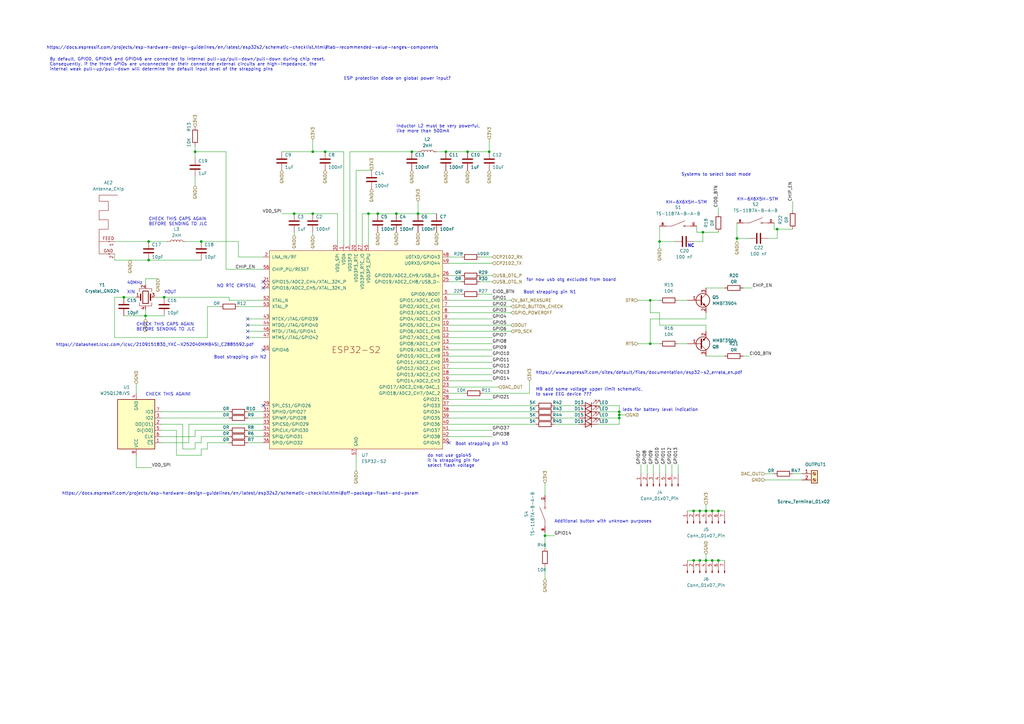
<source format=kicad_sch>
(kicad_sch (version 20230121) (generator eeschema)
  (paper "A3")
  (lib_symbols
    (symbol "Connector:Conn_01x07_Pin" (pin_names (offset 1.016) hide)
      (property "Reference" "J" (at 0 10.16 0))
      (property "Value" "Conn_01x07_Pin" (at 0 -10.16 0))
      (symbol "Conn_01x07_Pin_1_1"
        (polyline (pts (xy 1.27 -7.62) (xy 0.8636 -7.62)) (stroke (width 0.1524)))
        (polyline (pts (xy 1.27 -5.08) (xy 0.8636 -5.08)) (stroke (width 0.1524)))
        (polyline (pts (xy 1.27 -2.54) (xy 0.8636 -2.54)) (stroke (width 0.1524)))
        (polyline (pts (xy 1.27 0) (xy 0.8636 0)) (stroke (width 0.1524)))
        (polyline (pts (xy 1.27 2.54) (xy 0.8636 2.54)) (stroke (width 0.1524)))
        (polyline (pts (xy 1.27 5.08) (xy 0.8636 5.08)) (stroke (width 0.1524)))
        (polyline (pts (xy 1.27 7.62) (xy 0.8636 7.62)) (stroke (width 0.1524)))
        (rectangle (start 0.8636 -7.493) (end 0 -7.747) (stroke (width 0.1524)) (fill (type outline)))
        (rectangle (start 0.8636 -4.953) (end 0 -5.207) (stroke (width 0.1524)) (fill (type outline)))
        (rectangle (start 0.8636 -2.413) (end 0 -2.667) (stroke (width 0.1524)) (fill (type outline)))
        (rectangle (start 0.8636 0.127) (end 0 -0.127) (stroke (width 0.1524)) (fill (type outline)))
        (rectangle (start 0.8636 2.667) (end 0 2.413) (stroke (width 0.1524)) (fill (type outline)))
        (rectangle (start 0.8636 5.207) (end 0 4.953) (stroke (width 0.1524)) (fill (type outline)))
        (rectangle (start 0.8636 7.747) (end 0 7.493) (stroke (width 0.1524)) (fill (type outline)))
        (pin passive line (at 5.08 7.62 180) (length 3.81) (name "Pin_1") (number "1"))
        (pin passive line (at 5.08 5.08 180) (length 3.81) (name "Pin_2") (number "2"))
        (pin passive line (at 5.08 2.54 180) (length 3.81) (name "Pin_3") (number "3"))
        (pin passive line (at 5.08 0 180) (length 3.81) (name "Pin_4") (number "4"))
        (pin passive line (at 5.08 -2.54 180) (length 3.81) (name "Pin_5") (number "5"))
        (pin passive line (at 5.08 -5.08 180) (length 3.81) (name "Pin_6") (number "6"))
        (pin passive line (at 5.08 -7.62 180) (length 3.81) (name "Pin_7") (number "7"))
      )
    )
    (symbol "Connector:Screw_Terminal_01x02" (pin_names (offset 1.016) hide)
      (property "Reference" "J" (at 0 2.54 0))
      (property "Value" "Screw_Terminal_01x02" (at 0 -5.08 0))
      (symbol "Screw_Terminal_01x02_1_1"
        (rectangle (start -1.27 1.27) (end 1.27 -3.81) (stroke (width 0.254)) (fill (type background)))
        (circle (center 0 -2.54) (radius 0.635) (stroke (width 0.1524)))
        (polyline (pts (xy -0.5334 -2.2098) (xy 0.3302 -3.048)) (stroke (width 0.1524)))
        (polyline (pts (xy -0.5334 0.3302) (xy 0.3302 -0.508)) (stroke (width 0.1524)))
        (polyline (pts (xy -0.3556 -2.032) (xy 0.508 -2.8702)) (stroke (width 0.1524)))
        (polyline (pts (xy -0.3556 0.508) (xy 0.508 -0.3302)) (stroke (width 0.1524)))
        (circle (center 0 0) (radius 0.635) (stroke (width 0.1524)))
        (pin passive line (at -5.08 0 0) (length 3.81) (name "Pin_1") (number "1"))
        (pin passive line (at -5.08 -2.54 0) (length 3.81) (name "Pin_2") (number "2"))
      )
    )
    (symbol "Device:Antenna_Chip" (pin_numbers hide) (pin_names (offset 1.016) hide)
      (property "Reference" "AE2" (at 5.08 3.81 0))
      (property "Value" "Antenna_Chip" (at 5.08 1.27 0))
      (symbol "Antenna_Chip_0_1"
        (polyline (pts (xy -6.35 -8.89) (xy -6.35 -9.525)) (stroke (width 0.254)))
        (polyline (pts (xy -1.27 -9.525) (xy -1.27 -8.89)))
        (polyline (pts (xy -1.27 -8.89) (xy -1.27 -5.08)))
        (polyline (pts (xy -6.35 -8.89) (xy -6.35 -5.08) (xy 3.81 -5.08) (xy 3.81 -8.89) (xy 7.62 -8.89) (xy 7.62 -5.08) (xy 11.43 -5.08) (xy 11.43 -8.89) (xy 15.24 -8.89) (xy 15.24 -5.08) (xy 17.78 -5.08) (xy 17.78 -12.7)))
      )
      (symbol "Antenna_Chip_1_1"
        (text "1" (at -2.54 -10.16 0) (effects (font (size 1.27 1.27))))
        (text "2" (at -7.62 -10.16 0) (effects (font (size 1.27 1.27))))
        (text "FEED" (at 0 -8.89 900) (effects (font (size 1.27 1.27))))
        (text "GND" (at -5.08 -8.89 900) (effects (font (size 1.27 1.27))))
        (pin input line (at -1.27 -11.43 90) (length 2.54) (name "FEED") (number "1"))
        (pin input line (at -6.35 -11.43 90) (length 2.54) (name "GND") (number "2"))
      )
    )
    (symbol "Device:C" (pin_numbers hide) (pin_names (offset 0.254))
      (property "Reference" "C" (at 0.635 2.54 0))
      (property "Value" "C" (at 0.635 -2.54 0))
      (symbol "C_0_1"
        (polyline (pts (xy -2.032 -0.762) (xy 2.032 -0.762)) (stroke (width 0.508)))
        (polyline (pts (xy -2.032 0.762) (xy 2.032 0.762)) (stroke (width 0.508)))
      )
      (symbol "C_1_1"
        (pin passive line (at 0 3.81 270) (length 2.794) (name "~") (number "1"))
        (pin passive line (at 0 -3.81 90) (length 2.794) (name "~") (number "2"))
      )
    )
    (symbol "Device:Crystal_GND24" (pin_names (offset 1.016) hide)
      (property "Reference" "Y" (at 3.175 5.08 0))
      (property "Value" "Crystal_GND24" (at 3.175 3.175 0))
      (symbol "Crystal_GND24_0_1"
        (rectangle (start -1.143 2.54) (end 1.143 -2.54) (stroke (width 0.3048)))
        (polyline (pts (xy -2.54 0) (xy -2.032 0)))
        (polyline (pts (xy -2.032 -1.27) (xy -2.032 1.27)) (stroke (width 0.508)))
        (polyline (pts (xy 0 -3.81) (xy 0 -3.556)))
        (polyline (pts (xy 0 3.556) (xy 0 3.81)))
        (polyline (pts (xy 2.032 -1.27) (xy 2.032 1.27)) (stroke (width 0.508)))
        (polyline (pts (xy 2.032 0) (xy 2.54 0)))
        (polyline (pts (xy -2.54 -2.286) (xy -2.54 -3.556) (xy 2.54 -3.556) (xy 2.54 -2.286)))
        (polyline (pts (xy -2.54 2.286) (xy -2.54 3.556) (xy 2.54 3.556) (xy 2.54 2.286)))
      )
      (symbol "Crystal_GND24_1_1"
        (pin passive line (at -3.81 0 0) (length 1.27) (name "1") (number "1"))
        (pin passive line (at 0 5.08 270) (length 1.27) (name "2") (number "2"))
        (pin passive line (at 3.81 0 180) (length 1.27) (name "3") (number "3"))
        (pin passive line (at 0 -5.08 90) (length 1.27) (name "4") (number "4"))
      )
    )
    (symbol "Device:L" (pin_numbers hide) (pin_names (offset 1.016) hide)
      (property "Reference" "L" (at -1.27 0 90))
      (property "Value" "L" (at 1.905 0 90))
      (symbol "L_0_1"
        (arc (start 0 -2.54) (mid 0.6323 -1.905) (end 0 -1.27))
        (arc (start 0 -1.27) (mid 0.6323 -0.635) (end 0 0))
        (arc (start 0 0) (mid 0.6323 0.635) (end 0 1.27))
        (arc (start 0 1.27) (mid 0.6323 1.905) (end 0 2.54))
      )
      (symbol "L_1_1"
        (pin passive line (at 0 3.81 270) (length 1.27) (name "1") (number "1"))
        (pin passive line (at 0 -3.81 90) (length 1.27) (name "2") (number "2"))
      )
    )
    (symbol "Device:LED" (pin_numbers hide) (pin_names (offset 1.016) hide)
      (property "Reference" "D" (at 0 2.54 0))
      (property "Value" "LED" (at 0 -2.54 0))
      (symbol "LED_0_1"
        (polyline (pts (xy -1.27 -1.27) (xy -1.27 1.27)) (stroke (width 0.254)))
        (polyline (pts (xy -1.27 0) (xy 1.27 0)))
        (polyline (pts (xy 1.27 -1.27) (xy 1.27 1.27) (xy -1.27 0) (xy 1.27 -1.27)) (stroke (width 0.254)))
        (polyline (pts (xy -3.048 -0.762) (xy -4.572 -2.286) (xy -3.81 -2.286) (xy -4.572 -2.286) (xy -4.572 -1.524)))
        (polyline (pts (xy -1.778 -0.762) (xy -3.302 -2.286) (xy -2.54 -2.286) (xy -3.302 -2.286) (xy -3.302 -1.524)))
      )
      (symbol "LED_1_1"
        (pin passive line (at -3.81 0 0) (length 2.54) (name "K") (number "1"))
        (pin passive line (at 3.81 0 180) (length 2.54) (name "A") (number "2"))
      )
    )
    (symbol "Device:R" (pin_numbers hide) (pin_names (offset 0))
      (property "Reference" "R" (at 2.032 0 90))
      (property "Value" "R" (at 0 0 90))
      (symbol "R_0_1"
        (rectangle (start -1.016 -2.54) (end 1.016 2.54) (stroke (width 0.254)))
      )
      (symbol "R_1_1"
        (pin passive line (at 0 3.81 270) (length 1.27) (name "~") (number "1"))
        (pin passive line (at 0 -3.81 90) (length 1.27) (name "~") (number "2"))
      )
    )
    (symbol "Memory_Flash:W25Q128JVS"
      (property "Reference" "U" (at -8.89 8.89 0))
      (property "Value" "W25Q128JVS" (at 7.62 8.89 0))
      (symbol "W25Q128JVS_0_1"
        (rectangle (start -7.62 10.16) (end 7.62 -10.16) (stroke (width 0.254)) (fill (type background)))
      )
      (symbol "W25Q128JVS_1_1"
        (pin input line (at -10.16 7.62 0) (length 2.54) (name "~{CS}") (number "1"))
        (pin bidirectional line (at -10.16 0 0) (length 2.54) (name "DO(IO1)") (number "2"))
        (pin bidirectional line (at -10.16 -2.54 0) (length 2.54) (name "IO2") (number "3"))
        (pin power_in line (at 0 -12.7 90) (length 2.54) (name "GND") (number "4"))
        (pin bidirectional line (at -10.16 2.54 0) (length 2.54) (name "DI(IO0)") (number "5"))
        (pin input line (at -10.16 5.08 0) (length 2.54) (name "CLK") (number "6"))
        (pin bidirectional line (at -10.16 -5.08 0) (length 2.54) (name "IO3") (number "7"))
        (pin power_in line (at 0 12.7 270) (length 2.54) (name "VCC") (number "8"))
      )
    )
    (symbol "PCM_Espressif:ESP32-S2" (pin_names (offset 1.016))
      (property "Reference" "U" (at -35.56 45.72 0))
      (property "Value" "ESP32-S2" (at -35.56 43.18 0))
      (symbol "ESP32-S2_0_0"
        (text "ESP32-S2" (at 0 0 0) (effects (font (size 2.54 2.54))))
      )
      (symbol "ESP32-S2_0_1"
        (rectangle (start -35.56 40.64) (end 35.56 -40.64) (fill (type background)))
      )
      (symbol "ESP32-S2_1_1"
        (pin power_in line (at -5.08 43.18 270) (length 2.54) (name "VDDA") (number "1"))
        (pin bidirectional line (at 38.1 10.16 180) (length 2.54) (name "GPIO5/ADC1_CH4") (number "10"))
        (pin bidirectional line (at 38.1 7.62 180) (length 2.54) (name "GPIO6/ADC1_CH5") (number "11"))
        (pin bidirectional line (at 38.1 5.08 180) (length 2.54) (name "GPIO7/ADC1_CH6") (number "12"))
        (pin bidirectional line (at 38.1 2.54 180) (length 2.54) (name "GPIO8/ADC1_CH7") (number "13"))
        (pin bidirectional line (at 38.1 0 180) (length 2.54) (name "GPIO9/ADC1_CH8") (number "14"))
        (pin bidirectional line (at 38.1 -2.54 180) (length 2.54) (name "GPIO10/ADC1_CH9") (number "15"))
        (pin bidirectional line (at 38.1 -5.08 180) (length 2.54) (name "GPIO11/ADC2_CH0") (number "16"))
        (pin bidirectional line (at 38.1 -7.62 180) (length 2.54) (name "GPIO12/ADC2_CH1") (number "17"))
        (pin bidirectional line (at 38.1 -10.16 180) (length 2.54) (name "GPIO13/ADC2_CH2") (number "18"))
        (pin bidirectional line (at 38.1 -12.7 180) (length 2.54) (name "GPIO14/ADC2_CH3") (number "19"))
        (pin bidirectional line (at -38.1 38.1 0) (length 2.54) (name "LNA_IN/RF") (number "2"))
        (pin power_in line (at 0 43.18 270) (length 2.54) (name "VDD3P3_RTC") (number "20"))
        (pin bidirectional line (at -38.1 27.94 0) (length 2.54) (name "GPIO15/ADC2_CH4/XTAL_32K_P") (number "21"))
        (pin bidirectional line (at -38.1 25.4 0) (length 2.54) (name "GPIO16/ADC2_CH5/XTAL_32K_N") (number "22"))
        (pin bidirectional line (at 38.1 -15.24 180) (length 2.54) (name "GPIO17/ADC2_CH6/DAC_1") (number "23"))
        (pin bidirectional line (at 38.1 -17.78 180) (length 2.54) (name "GPIO18/ADC2_CH7/DAC_2") (number "24"))
        (pin bidirectional line (at 38.1 27.94 180) (length 2.54) (name "GPIO19/ADC2_CH8/USB_D-") (number "25"))
        (pin bidirectional line (at 38.1 30.48 180) (length 2.54) (name "GPIO20/ADC2_CH9/USB_D+") (number "26"))
        (pin power_in line (at 2.54 43.18 270) (length 2.54) (name "VDD3P3_RTC_IO") (number "27"))
        (pin bidirectional line (at 38.1 -20.32 180) (length 2.54) (name "GPIO21") (number "28"))
        (pin bidirectional line (at -38.1 -22.86 0) (length 2.54) (name "SPI_CS1/GPIO26") (number "29"))
        (pin power_in line (at -2.54 43.18 270) (length 2.54) (name "VDD3P3") (number "3"))
        (pin power_out line (at -7.62 43.18 270) (length 2.54) (name "VDD_SPI") (number "30"))
        (pin bidirectional line (at -38.1 -25.4 0) (length 2.54) (name "SPIHD/GPIO27") (number "31"))
        (pin bidirectional line (at -38.1 -27.94 0) (length 2.54) (name "SPIWP/GPIO28") (number "32"))
        (pin bidirectional line (at -38.1 -30.48 0) (length 2.54) (name "SPICS0/GPIO29") (number "33"))
        (pin bidirectional line (at -38.1 -33.02 0) (length 2.54) (name "SPICLK/GPIO30") (number "34"))
        (pin bidirectional line (at -38.1 -35.56 0) (length 2.54) (name "SPIQ/GPIO31") (number "35"))
        (pin bidirectional line (at -38.1 -38.1 0) (length 2.54) (name "SPID/GPIO32") (number "36"))
        (pin bidirectional line (at 38.1 -22.86 180) (length 2.54) (name "GPIO33") (number "37"))
        (pin bidirectional line (at 38.1 -25.4 180) (length 2.54) (name "GPIO34") (number "38"))
        (pin bidirectional line (at 38.1 -27.94 180) (length 2.54) (name "GPIO35") (number "39"))
        (pin passive line (at -2.54 43.18 270) (length 2.54) hide (name "VDD3P3") (number "4"))
        (pin bidirectional line (at 38.1 -30.48 180) (length 2.54) (name "GPIO36") (number "40"))
        (pin bidirectional line (at 38.1 -33.02 180) (length 2.54) (name "GPIO37") (number "41"))
        (pin bidirectional line (at 38.1 -35.56 180) (length 2.54) (name "GPIO38") (number "42"))
        (pin input line (at -38.1 12.7 0) (length 2.54) (name "MTCK/JTAG/GPIO39") (number "43"))
        (pin output line (at -38.1 10.16 0) (length 2.54) (name "MTDO/JTAG/GPIO40") (number "44"))
        (pin power_in line (at 5.08 43.18 270) (length 2.54) (name "VDD3P3_CPU") (number "45"))
        (pin input line (at -38.1 7.62 0) (length 2.54) (name "MTDI/JTAG/GPIO41") (number "46"))
        (pin output line (at -38.1 5.08 0) (length 2.54) (name "MTMS/JTAG/GPIO42") (number "47"))
        (pin bidirectional line (at 38.1 38.1 180) (length 2.54) (name "U0TXD/GPIO43") (number "48"))
        (pin bidirectional line (at 38.1 35.56 180) (length 2.54) (name "U0RXD/GPIO44") (number "49"))
        (pin bidirectional line (at 38.1 22.86 180) (length 2.54) (name "GPIO0/BOOT") (number "5"))
        (pin bidirectional line (at 38.1 -38.1 180) (length 2.54) (name "GPIO45") (number "50"))
        (pin passive line (at -5.08 43.18 270) (length 2.54) hide (name "VDDA") (number "51"))
        (pin output line (at -38.1 20.32 0) (length 2.54) (name "XTAL_N") (number "52"))
        (pin input line (at -38.1 17.78 0) (length 2.54) (name "XTAL_P") (number "53"))
        (pin passive line (at -5.08 43.18 270) (length 2.54) hide (name "VDDA") (number "54"))
        (pin input line (at -38.1 0 0) (length 2.54) (name "GPIO46") (number "55"))
        (pin bidirectional line (at -38.1 33.02 0) (length 2.54) (name "CHIP_PU/RESET") (number "56"))
        (pin power_in line (at 0 -43.18 90) (length 2.54) (name "GND") (number "57"))
        (pin bidirectional line (at 38.1 20.32 180) (length 2.54) (name "GPIO1/ADC1_CH0") (number "6"))
        (pin bidirectional line (at 38.1 17.78 180) (length 2.54) (name "GPIO2/ADC1_CH1") (number "7"))
        (pin bidirectional line (at 38.1 15.24 180) (length 2.54) (name "GPIO3/ADC1_CH2") (number "8"))
        (pin bidirectional line (at 38.1 12.7 180) (length 2.54) (name "GPIO4/ADC1_CH3") (number "9"))
      )
    )
    (symbol "TS-1187A-B-A-B:TS-1187A-B-A-B" (pin_names (offset 1.016))
      (property "Reference" "S" (at -2.54 2.54 0))
      (property "Value" "TS-1187A-B-A-B" (at -2.54 -2.54 0))
      (symbol "TS-1187A-B-A-B_0_0"
        (polyline (pts (xy -2.54 0) (xy -5.08 0)) (stroke (width 0.1524)))
        (polyline (pts (xy -2.54 0) (xy 2.794 2.1336)) (stroke (width 0.1524)))
        (polyline (pts (xy 5.08 0) (xy 2.921 0)) (stroke (width 0.1524)))
        (circle (center 2.54 0) (radius 0.3302) (stroke (width 0.1524)))
        (pin passive line (at -7.62 0 0) (length 2.54) (name "~") (number "A"))
        (pin passive line (at -7.62 0 0) (length 2.54) (name "~") (number "B"))
        (pin passive line (at 7.62 0 180) (length 2.54) (name "~") (number "C"))
        (pin passive line (at 7.62 0 180) (length 2.54) (name "~") (number "D"))
      )
    )
    (symbol "Transistor_BJT:MMBT3904" (pin_names (offset 0) hide)
      (property "Reference" "Q" (at 5.08 1.905 0))
      (property "Value" "MMBT3904" (at 5.08 0 0))
      (symbol "MMBT3904_0_1"
        (polyline (pts (xy 0.635 0.635) (xy 2.54 2.54)))
        (polyline (pts (xy 0.635 -0.635) (xy 2.54 -2.54) (xy 2.54 -2.54)))
        (polyline (pts (xy 0.635 1.905) (xy 0.635 -1.905) (xy 0.635 -1.905)) (stroke (width 0.508)))
        (polyline (pts (xy 1.27 -1.778) (xy 1.778 -1.27) (xy 2.286 -2.286) (xy 1.27 -1.778) (xy 1.27 -1.778)) (fill (type outline)))
        (circle (center 1.27 0) (radius 2.8194) (stroke (width 0.254)))
      )
      (symbol "MMBT3904_1_1"
        (pin input line (at -5.08 0 0) (length 5.715) (name "B") (number "1"))
        (pin passive line (at 2.54 -5.08 90) (length 2.54) (name "E") (number "2"))
        (pin passive line (at 2.54 5.08 270) (length 2.54) (name "C") (number "3"))
      )
    )
  )
  (junction (at 288.29 95.25))
  (junction (at 120.65 87.63))
  (junction (at 292.1 209.55))
  (junction (at 200.66 62.23))
  (junction (at 289.56 209.55))
  (junction (at 287.02 229.87))
  (junction (at 302.26 97.79))
  (junction (at 171.45 87.63))
  (junction (at 82.55 99.06))
  (junction (at 151.13 87.63))
  (junction (at 318.77 93.98))
  (junction (at 191.77 62.23))
  (junction (at 182.88 62.23))
  (junction (at 128.27 87.63))
  (junction (at 284.48 209.55))
  (junction (at 59.69 129.54))
  (junction (at 168.91 62.23))
  (junction (at 162.56 87.63))
  (junction (at 154.94 87.63))
  (junction (at 294.64 229.87))
  (junction (at 80.01 62.23))
  (junction (at 254 170.18))
  (junction (at 266.7 140.97))
  (junction (at 223.52 219.71))
  (junction (at 133.35 62.23))
  (junction (at 289.56 229.87))
  (junction (at 284.48 229.87))
  (junction (at 270.51 99.06))
  (junction (at 60.96 106.68))
  (junction (at 67.31 121.92))
  (junction (at 266.7 123.19))
  (junction (at 254 171.45))
  (junction (at 294.64 209.55))
  (junction (at 128.27 62.23))
  (junction (at 60.96 99.06))
  (junction (at 287.02 209.55))
  (junction (at 50.8 121.92))
  (junction (at 292.1 229.87))
  (junction (at 254 168.91))
  (no_connect (at 107.95 143.51))
  (no_connect (at 101.6 130.81))
  (no_connect (at 107.95 115.57))
  (no_connect (at 184.15 181.61))
  (no_connect (at 101.6 138.43))
  (no_connect (at 101.6 135.89))
  (no_connect (at 107.95 166.37))
  (no_connect (at 107.95 118.11))
  (no_connect (at 101.6 133.35))
  (wire (pts (xy 261.62 140.97) (xy 266.7 140.97)))
  (wire (pts (xy 196.85 105.41) (xy 201.93 105.41)))
  (wire (pts (xy 128.27 87.63) (xy 120.65 87.63)))
  (wire (pts (xy 146.05 69.85) (xy 152.4 69.85)))
  (wire (pts (xy 266.7 140.97) (xy 270.51 140.97)))
  (wire (pts (xy 273.05 190.5) (xy 273.05 194.31)))
  (wire (pts (xy 223.52 224.79) (xy 223.52 219.71)))
  (wire (pts (xy 184.15 176.53) (xy 201.93 176.53)))
  (wire (pts (xy 60.96 106.68) (xy 82.55 106.68)))
  (wire (pts (xy 101.6 130.81) (xy 107.95 130.81)))
  (wire (pts (xy 184.15 163.83) (xy 201.93 163.83)))
  (wire (pts (xy 196.85 120.65) (xy 201.93 120.65)))
  (wire (pts (xy 227.33 171.45) (xy 237.49 171.45)))
  (wire (pts (xy 266.7 140.97) (xy 266.7 130.81)))
  (wire (pts (xy 182.88 62.23) (xy 191.77 62.23)))
  (wire (pts (xy 50.8 121.92) (xy 46.99 121.92)))
  (wire (pts (xy 289.56 118.11) (xy 297.18 118.11)))
  (wire (pts (xy 154.94 87.63) (xy 162.56 87.63)))
  (wire (pts (xy 184.15 125.73) (xy 209.55 125.73)))
  (wire (pts (xy 289.56 133.35) (xy 289.56 135.89)))
  (wire (pts (xy 93.98 123.19) (xy 107.95 123.19)))
  (wire (pts (xy 318.77 93.98) (xy 317.5 93.98)))
  (wire (pts (xy 171.45 82.55) (xy 171.45 87.63)))
  (wire (pts (xy 314.96 97.79) (xy 318.77 97.79)))
  (wire (pts (xy 184.15 135.89) (xy 209.55 135.89)))
  (wire (pts (xy 184.15 158.75) (xy 204.47 158.75)))
  (wire (pts (xy 294.64 229.87) (xy 297.18 229.87)))
  (wire (pts (xy 223.52 237.49) (xy 223.52 232.41)))
  (wire (pts (xy 74.93 184.15) (xy 74.93 173.99)))
  (wire (pts (xy 115.57 87.63) (xy 120.65 87.63)))
  (wire (pts (xy 184.15 151.13) (xy 201.93 151.13)))
  (wire (pts (xy 77.47 173.99) (xy 77.47 181.61)))
  (wire (pts (xy 80.01 176.53) (xy 80.01 179.07)))
  (wire (pts (xy 184.15 128.27) (xy 209.55 128.27)))
  (wire (pts (xy 184.15 107.95) (xy 201.93 107.95)))
  (wire (pts (xy 46.99 104.14) (xy 46.99 106.68)))
  (wire (pts (xy 80.01 181.61) (xy 80.01 184.15)))
  (wire (pts (xy 107.95 110.49) (xy 92.71 110.49)))
  (wire (pts (xy 101.6 133.35) (xy 107.95 133.35)))
  (wire (pts (xy 270.51 133.35) (xy 289.56 133.35)))
  (wire (pts (xy 245.11 166.37) (xy 254 166.37)))
  (wire (pts (xy 101.6 138.43) (xy 107.95 138.43)))
  (wire (pts (xy 184.15 143.51) (xy 201.93 143.51)))
  (wire (pts (xy 101.6 168.91) (xy 107.95 168.91)))
  (wire (pts (xy 217.17 161.29) (xy 198.12 161.29)))
  (wire (pts (xy 101.6 171.45) (xy 107.95 171.45)))
  (wire (pts (xy 302.26 97.79) (xy 307.34 97.79)))
  (wire (pts (xy 313.69 194.31) (xy 317.5 194.31)))
  (wire (pts (xy 254 171.45) (xy 254 173.99)))
  (wire (pts (xy 200.66 57.15) (xy 200.66 62.23)))
  (wire (pts (xy 304.8 118.11) (xy 308.61 118.11)))
  (wire (pts (xy 80.01 59.69) (xy 80.01 62.23)))
  (wire (pts (xy 93.98 181.61) (xy 85.09 181.61)))
  (wire (pts (xy 92.71 62.23) (xy 80.01 62.23)))
  (wire (pts (xy 85.09 181.61) (xy 85.09 184.15)))
  (wire (pts (xy 284.48 229.87) (xy 287.02 229.87)))
  (wire (pts (xy 128.27 62.23) (xy 133.35 62.23)))
  (wire (pts (xy 66.04 171.45) (xy 93.98 171.45)))
  (wire (pts (xy 196.85 113.03) (xy 201.93 113.03)))
  (wire (pts (xy 138.43 100.33) (xy 138.43 87.63)))
  (wire (pts (xy 245.11 168.91) (xy 254 168.91)))
  (wire (pts (xy 80.01 62.23) (xy 80.01 64.77)))
  (wire (pts (xy 97.79 105.41) (xy 107.95 105.41)))
  (wire (pts (xy 184.15 113.03) (xy 189.23 113.03)))
  (wire (pts (xy 304.8 146.05) (xy 307.34 146.05)))
  (wire (pts (xy 77.47 173.99) (xy 107.95 173.99)))
  (wire (pts (xy 168.91 62.23) (xy 171.45 62.23)))
  (wire (pts (xy 217.17 156.21) (xy 217.17 161.29)))
  (wire (pts (xy 289.56 130.81) (xy 289.56 128.27)))
  (wire (pts (xy 148.59 87.63) (xy 151.13 87.63)))
  (wire (pts (xy 266.7 123.19) (xy 266.7 128.27)))
  (wire (pts (xy 101.6 179.07) (xy 107.95 179.07)))
  (wire (pts (xy 76.2 99.06) (xy 82.55 99.06)))
  (wire (pts (xy 184.15 168.91) (xy 219.71 168.91)))
  (wire (pts (xy 128.27 57.15) (xy 128.27 62.23)))
  (wire (pts (xy 289.56 209.55) (xy 292.1 209.55)))
  (wire (pts (xy 287.02 229.87) (xy 289.56 229.87)))
  (wire (pts (xy 289.56 207.01) (xy 289.56 209.55)))
  (wire (pts (xy 223.52 203.2) (xy 223.52 198.12)))
  (wire (pts (xy 281.94 229.87) (xy 284.48 229.87)))
  (wire (pts (xy 325.12 194.31) (xy 328.93 194.31)))
  (wire (pts (xy 287.02 209.55) (xy 289.56 209.55)))
  (wire (pts (xy 254 170.18) (xy 256.54 170.18)))
  (wire (pts (xy 292.1 229.87) (xy 294.64 229.87)))
  (wire (pts (xy 101.6 135.89) (xy 107.95 135.89)))
  (wire (pts (xy 82.55 179.07) (xy 82.55 181.61)))
  (wire (pts (xy 317.5 91.44) (xy 317.5 93.98)))
  (wire (pts (xy 143.51 62.23) (xy 168.91 62.23)))
  (wire (pts (xy 184.15 166.37) (xy 219.71 166.37)))
  (wire (pts (xy 179.07 62.23) (xy 182.88 62.23)))
  (wire (pts (xy 266.7 123.19) (xy 270.51 123.19)))
  (wire (pts (xy 82.55 181.61) (xy 80.01 181.61)))
  (wire (pts (xy 80.01 184.15) (xy 74.93 184.15)))
  (wire (pts (xy 270.51 99.06) (xy 270.51 101.6)))
  (wire (pts (xy 278.13 190.5) (xy 278.13 194.31)))
  (wire (pts (xy 146.05 186.69) (xy 146.05 193.04)))
  (wire (pts (xy 318.77 93.98) (xy 325.12 93.98)))
  (wire (pts (xy 72.39 186.69) (xy 72.39 176.53)))
  (wire (pts (xy 46.99 138.43) (xy 85.09 138.43)))
  (wire (pts (xy 270.51 99.06) (xy 276.86 99.06)))
  (wire (pts (xy 284.48 99.06) (xy 288.29 99.06)))
  (wire (pts (xy 67.31 121.92) (xy 93.98 121.92)))
  (wire (pts (xy 302.26 91.44) (xy 302.26 97.79)))
  (wire (pts (xy 292.1 209.55) (xy 294.64 209.55)))
  (wire (pts (xy 325.12 86.36) (xy 325.12 82.55)))
  (wire (pts (xy 184.15 105.41) (xy 189.23 105.41)))
  (wire (pts (xy 184.15 179.07) (xy 201.93 179.07)))
  (wire (pts (xy 227.33 166.37) (xy 237.49 166.37)))
  (wire (pts (xy 245.11 171.45) (xy 254 171.45)))
  (wire (pts (xy 278.13 123.19) (xy 281.94 123.19)))
  (wire (pts (xy 254 166.37) (xy 254 168.91)))
  (wire (pts (xy 267.97 190.5) (xy 267.97 194.31)))
  (wire (pts (xy 82.55 186.69) (xy 72.39 186.69)))
  (wire (pts (xy 266.7 128.27) (xy 270.51 128.27)))
  (wire (pts (xy 184.15 156.21) (xy 201.93 156.21)))
  (wire (pts (xy 59.69 129.54) (xy 59.69 130.81)))
  (wire (pts (xy 120.65 95.25) (xy 120.65 96.52)))
  (wire (pts (xy 294.64 87.63) (xy 294.64 85.09)))
  (wire (pts (xy 262.89 190.5) (xy 262.89 194.31)))
  (wire (pts (xy 227.33 173.99) (xy 237.49 173.99)))
  (wire (pts (xy 184.15 123.19) (xy 209.55 123.19)))
  (wire (pts (xy 289.56 146.05) (xy 297.18 146.05)))
  (wire (pts (xy 266.7 130.81) (xy 289.56 130.81)))
  (wire (pts (xy 261.62 123.19) (xy 266.7 123.19)))
  (wire (pts (xy 85.09 125.73) (xy 90.17 125.73)))
  (wire (pts (xy 184.15 140.97) (xy 201.93 140.97)))
  (wire (pts (xy 151.13 87.63) (xy 154.94 87.63)))
  (wire (pts (xy 101.6 181.61) (xy 107.95 181.61)))
  (wire (pts (xy 46.99 106.68) (xy 60.96 106.68)))
  (wire (pts (xy 184.15 161.29) (xy 190.5 161.29)))
  (wire (pts (xy 270.51 92.71) (xy 270.51 99.06)))
  (wire (pts (xy 184.15 130.81) (xy 201.93 130.81)))
  (wire (pts (xy 184.15 133.35) (xy 209.55 133.35)))
  (wire (pts (xy 93.98 121.92) (xy 93.98 123.19)))
  (wire (pts (xy 184.15 148.59) (xy 201.93 148.59)))
  (wire (pts (xy 254 170.18) (xy 254 171.45)))
  (wire (pts (xy 196.85 115.57) (xy 201.93 115.57)))
  (wire (pts (xy 184.15 153.67) (xy 201.93 153.67)))
  (wire (pts (xy 184.15 120.65) (xy 189.23 120.65)))
  (wire (pts (xy 55.88 157.48) (xy 55.88 161.29)))
  (wire (pts (xy 275.59 190.5) (xy 275.59 194.31)))
  (wire (pts (xy 92.71 62.23) (xy 92.71 110.49)))
  (wire (pts (xy 184.15 115.57) (xy 189.23 115.57)))
  (wire (pts (xy 223.52 219.71) (xy 223.52 218.44)))
  (wire (pts (xy 64.77 114.3) (xy 59.69 114.3)))
  (wire (pts (xy 184.15 173.99) (xy 219.71 173.99)))
  (wire (pts (xy 133.35 62.23) (xy 140.97 62.23)))
  (wire (pts (xy 74.93 173.99) (xy 66.04 173.99)))
  (wire (pts (xy 254 168.91) (xy 254 170.18)))
  (wire (pts (xy 151.13 87.63) (xy 151.13 100.33)))
  (wire (pts (xy 270.51 128.27) (xy 270.51 133.35)))
  (wire (pts (xy 82.55 99.06) (xy 97.79 99.06)))
  (wire (pts (xy 93.98 176.53) (xy 80.01 176.53)))
  (wire (pts (xy 288.29 95.25) (xy 288.29 99.06)))
  (wire (pts (xy 138.43 87.63) (xy 128.27 87.63)))
  (wire (pts (xy 82.55 184.15) (xy 82.55 186.69)))
  (wire (pts (xy 143.51 62.23) (xy 143.51 100.33)))
  (wire (pts (xy 60.96 99.06) (xy 68.58 99.06)))
  (wire (pts (xy 146.05 69.85) (xy 146.05 100.33)))
  (wire (pts (xy 171.45 87.63) (xy 179.07 87.63)))
  (wire (pts (xy 284.48 209.55) (xy 287.02 209.55)))
  (wire (pts (xy 289.56 229.87) (xy 289.56 227.33)))
  (wire (pts (xy 162.56 87.63) (xy 171.45 87.63)))
  (wire (pts (xy 59.69 129.54) (xy 67.31 129.54)))
  (wire (pts (xy 289.56 229.87) (xy 292.1 229.87)))
  (wire (pts (xy 82.55 179.07) (xy 93.98 179.07)))
  (wire (pts (xy 85.09 184.15) (xy 82.55 184.15)))
  (wire (pts (xy 223.52 219.71) (xy 227.33 219.71)))
  (wire (pts (xy 46.99 99.06) (xy 60.96 99.06)))
  (wire (pts (xy 59.69 114.3) (xy 59.69 116.84)))
  (wire (pts (xy 140.97 62.23) (xy 140.97 100.33)))
  (wire (pts (xy 184.15 171.45) (xy 219.71 171.45)))
  (wire (pts (xy 80.01 76.2) (xy 80.01 72.39)))
  (wire (pts (xy 191.77 62.23) (xy 200.66 62.23)))
  (wire (pts (xy 285.75 95.25) (xy 288.29 95.25)))
  (wire (pts (xy 128.27 95.25) (xy 128.27 96.52)))
  (wire (pts (xy 318.77 97.79) (xy 318.77 93.98)))
  (wire (pts (xy 302.26 97.79) (xy 302.26 99.06)))
  (wire (pts (xy 50.8 129.54) (xy 59.69 129.54)))
  (wire (pts (xy 97.79 99.06) (xy 97.79 105.41)))
  (wire (pts (xy 85.09 138.43) (xy 85.09 125.73)))
  (wire (pts (xy 72.39 176.53) (xy 66.04 176.53)))
  (wire (pts (xy 77.47 181.61) (xy 66.04 181.61)))
  (wire (pts (xy 148.59 100.33) (xy 148.59 87.63)))
  (wire (pts (xy 270.51 190.5) (xy 270.51 194.31)))
  (wire (pts (xy 101.6 176.53) (xy 107.95 176.53)))
  (wire (pts (xy 50.8 121.92) (xy 55.88 121.92)))
  (wire (pts (xy 184.15 146.05) (xy 201.93 146.05)))
  (wire (pts (xy 281.94 209.55) (xy 284.48 209.55)))
  (wire (pts (xy 63.5 121.92) (xy 67.31 121.92)))
  (wire (pts (xy 80.01 179.07) (xy 66.04 179.07)))
  (wire (pts (xy 313.69 196.85) (xy 328.93 196.85)))
  (wire (pts (xy 265.43 190.5) (xy 265.43 194.31)))
  (wire (pts (xy 115.57 62.23) (xy 128.27 62.23)))
  (wire (pts (xy 46.99 121.92) (xy 46.99 138.43)))
  (wire (pts (xy 97.79 125.73) (xy 107.95 125.73)))
  (wire (pts (xy 288.29 95.25) (xy 294.64 95.25)))
  (wire (pts (xy 55.88 186.69) (xy 55.88 191.77)))
  (wire (pts (xy 227.33 168.91) (xy 237.49 168.91)))
  (wire (pts (xy 245.11 173.99) (xy 254 173.99)))
  (wire (pts (xy 59.69 127) (xy 59.69 129.54)))
  (wire (pts (xy 285.75 92.71) (xy 285.75 95.25)))
  (wire (pts (xy 66.04 168.91) (xy 93.98 168.91)))
  (wire (pts (xy 55.88 191.77) (xy 62.23 191.77)))
  (wire (pts (xy 184.15 138.43) (xy 201.93 138.43)))
  (wire (pts (xy 278.13 140.97) (xy 281.94 140.97)))
  (wire (pts (xy 294.64 209.55) (xy 297.18 209.55)))
  (text "https://www.espressif.com/sites/default/files/documentation/esp32-s2_errata_en.pdf" (at 219.71 153.67 0) (effects (font (size 1.27 1.27)) (justify left bottom)))
  (text "KH-6X6X5H-STM" (at 273.05 83.82 0) (effects (font (size 1.27 1.27)) (justify left bottom)))
  (text "Additional button with unknown purposes" (at 227.33 214.63 0) (effects (font (size 1.27 1.27)) (justify left bottom)))
  (text "Inductor L2 must be very powerful, \nlike more than 500mA" (at 162.56 54.61 0) (effects (font (size 1.27 1.27)) (justify left bottom)))
  (text "https://docs.espressif.com/projects/esp-hardware-design-guidelines/en/latest/esp32s2/schematic-checklist.html#off-package-flash-and-psram" (at 25.4 203.2 0) (effects (font (size 1.27 1.27)) (justify left bottom)))
  (text "40MHz" (at 52.07 116.84 0) (effects (font (size 1.27 1.27)) (justify left bottom)))
  (text "Systems to select boot mode" (at 279.4 72.39 0) (effects (font (size 1.27 1.27)) (justify left bottom)))
  (text "Boot strapping pin N2" (at 87.63 147.32 0) (effects (font (size 1.27 1.27)) (justify left bottom)))
  (text "CHECK THIS CAPS AGAIN\nBEFORE SENDING TO JLC" (at 55.88 135.89 0) (effects (font (size 1.27 1.27)) (justify left bottom)))
  (text "leds for battery level indication" (at 255.27 168.91 0) (effects (font (size 1.27 1.27)) (justify left bottom)))
  (text "NO RTC CRYSTAL" (at 88.9 118.11 0) (effects (font (size 1.27 1.27)) (justify left bottom)))
  (text "Boot strapping pin N1" (at 214.63 120.65 0) (effects (font (size 1.27 1.27)) (justify left bottom)))
  (text "https://datasheet.lcsc.com/lcsc/2109151830_YXC-X252040MMB4SI_C2885592.pdf" (at 22.86 142.24 0) (effects (font (size 1.27 1.27)) (justify left bottom)))
  (text "CHECK THIS AGAIN!" (at 59.69 162.56 0) (effects (font (size 1.27 1.27)) (justify left bottom)))
  (text "XOUT" (at 67.31 120.65 0) (effects (font (size 1.27 1.27)) (justify left bottom)))
  (text "for now usb otg excluded from board" (at 215.9 115.57 0) (effects (font (size 1.27 1.27)) (justify left bottom)))
  (text "do not use gpio45 \nit is strapping pin for\nselect flash voltage" (at 175.26 191.77 0) (effects (font (size 1.27 1.27)) (justify left bottom)))
  (text "KH-6X6X5H-STM" (at 302.26 82.55 0) (effects (font (size 1.27 1.27)) (justify left bottom)))
  (text "XIN" (at 52.07 120.65 0) (effects (font (size 1.27 1.27)) (justify left bottom)))
  (text "MB add some voltage upper limit schematic,\nto save EEG device ???\n" (at 219.71 162.56 0) (effects (font (size 1.27 1.27)) (justify left bottom)))
  (text "CHECK THIS CAPS AGAIN\nBEFORE SENDING TO JLC" (at 60.96 92.71 0) (effects (font (size 1.27 1.27)) (justify left bottom)))
  (text "NC" (at 281.94 101.6 0) (effects (font (size 1.27 1.27) (thickness 0.254) bold) (justify left bottom)))
  (text "Boot strapping pin N3" (at 186.69 182.88 0) (effects (font (size 1.27 1.27)) (justify left bottom)))
  (text "https://docs.espressif.com/projects/esp-hardware-design-guidelines/en/latest/esp32s2/schematic-checklist.html#tab-recommended-value-ranges-components" (at 19.05 20.32 0) (effects (font (size 1.27 1.27)) (justify left bottom)))
  (text "ESP protection diode on global power input?\n" (at 140.97 33.02 0) (effects (font (size 1.27 1.27)) (justify left bottom)))
  (text "By default, GPIO0, GPIO45 and GPIO46 are connected to internal pull-up/pull-down/pull-down during chip reset.\nConsequently, if the three GPIOs are unconnected or their connected external circuits are high-impedance, the\ninternal weak pull-up/pull-down will determine the default input level of the strapping pins" (at 20.32 29.21 0) (effects (font (size 1.27 1.27)) (justify left bottom)))
  (label "VDD_SPI" (at 62.23 191.77 0))
  (label "GPIO14" (at 201.93 156.21 0))
  (label "GPIO13" (at 201.93 153.67 0))
  (label "CHIP_EN" (at 325.12 82.55 90))
  (label "GPIO4" (at 201.93 130.81 0))
  (label "CIO0_BTN" (at 294.64 85.09 90))
  (label "GPIO7" (at 201.93 138.43 0))
  (label "GPIO8" (at 201.93 140.97 0))
  (label "GPIO10" (at 270.51 190.5 90))
  (label "GPIO3" (at 201.93 128.27 0))
  (label "GPIO6" (at 201.93 135.89 0))
  (label "GPIO12" (at 201.93 151.13 0))
  (label "CIO0_BTN" (at 307.34 146.05 0))
  (label "GPIO38" (at 201.93 179.07 0))
  (label "GPIO14" (at 227.33 219.71 0))
  (label "GPIO10" (at 201.93 146.05 0))
  (label "CHIP_EN" (at 96.52 110.49 0))
  (label "GPIO11" (at 273.05 190.5 90))
  (label "GPIO37" (at 201.93 176.53 0))
  (label "VDD_SPI" (at 115.57 87.63 180))
  (label "GPIO1" (at 201.93 123.19 0))
  (label "GPIO5" (at 201.93 133.35 0))
  (label "GPIO2" (at 201.93 125.73 0))
  (label "GPIO9" (at 267.97 190.5 90))
  (label "CHIP_EN" (at 308.61 118.11 0))
  (label "GPIO12" (at 275.59 190.5 90))
  (label "GPIO21" (at 201.93 163.83 0))
  (label "GPIO7" (at 262.89 190.5 90))
  (label "CIO0_BTN" (at 201.93 120.65 0))
  (label "GPIO9" (at 201.93 143.51 0))
  (label "GPIO8" (at 265.43 190.5 90))
  (label "GPIO13" (at 278.13 190.5 90))
  (label "GPIO11" (at 201.93 148.59 0))
  (hierarchical_label "GND" (shape input) (at 55.88 157.48 90))
  (hierarchical_label "GND" (shape input) (at 270.51 101.6 270))
  (hierarchical_label "GND" (shape input) (at 64.77 114.3 270))
  (hierarchical_label "DAC_OUT" (shape input) (at 204.47 158.75 0))
  (hierarchical_label "GND" (shape input) (at 313.69 196.85 180))
  (hierarchical_label "GPIO_POWEROFF" (shape input) (at 209.55 128.27 0))
  (hierarchical_label "GND" (shape input) (at 80.01 76.2 270))
  (hierarchical_label "GND" (shape input) (at 53.34 106.68 270))
  (hierarchical_label "CP2102_TX" (shape input) (at 201.93 107.95 0))
  (hierarchical_label "RTS" (shape input) (at 261.62 140.97 180))
  (hierarchical_label "GND" (shape input) (at 191.77 69.85 270))
  (hierarchical_label "USB_OTG_P" (shape input) (at 201.93 113.03 0))
  (hierarchical_label "3V3" (shape input) (at 200.66 57.15 90))
  (hierarchical_label "GND" (shape input) (at 152.4 77.47 270))
  (hierarchical_label "GND" (shape input) (at 302.26 99.06 270))
  (hierarchical_label "3V3" (shape input) (at 223.52 198.12 90))
  (hierarchical_label "V_BAT_MEASURE" (shape input) (at 209.55 123.19 0))
  (hierarchical_label "GND" (shape input) (at 146.05 193.04 270))
  (hierarchical_label "GND" (shape input) (at 154.94 95.25 270))
  (hierarchical_label "GND" (shape input) (at 256.54 170.18 0))
  (hierarchical_label "GND" (shape input) (at 162.56 95.25 270))
  (hierarchical_label "CP2102_RX" (shape input) (at 201.93 105.41 0))
  (hierarchical_label "GND" (shape input) (at 200.66 69.85 270))
  (hierarchical_label "GND" (shape input) (at 59.69 130.81 270))
  (hierarchical_label "GND" (shape input) (at 168.91 69.85 270))
  (hierarchical_label "DTR" (shape input) (at 261.62 123.19 180))
  (hierarchical_label "3V3" (shape input) (at 128.27 57.15 90))
  (hierarchical_label "USB_OTG_N" (shape input) (at 201.93 115.57 0))
  (hierarchical_label "GND" (shape input) (at 133.35 69.85 270))
  (hierarchical_label "PD_SCK" (shape input) (at 209.55 135.89 0))
  (hierarchical_label "GND" (shape input) (at 223.52 237.49 270))
  (hierarchical_label "GND" (shape input) (at 115.57 69.85 270))
  (hierarchical_label "GND" (shape input) (at 289.56 227.33 90))
  (hierarchical_label "3V3" (shape input) (at 171.45 82.55 90))
  (hierarchical_label "GND" (shape input) (at 120.65 96.52 270))
  (hierarchical_label "3V3" (shape input) (at 152.4 69.85 90))
  (hierarchical_label "GND" (shape input) (at 128.27 96.52 270))
  (hierarchical_label "DOUT" (shape input) (at 209.55 133.35 0))
  (hierarchical_label "3V3" (shape input) (at 289.56 207.01 90))
  (hierarchical_label "GND" (shape input) (at 182.88 69.85 270))
  (hierarchical_label "GND" (shape input) (at 179.07 95.25 270))
  (hierarchical_label "GND" (shape input) (at 171.45 95.25 270))
  (hierarchical_label "3V3" (shape input) (at 217.17 156.21 90))
  (hierarchical_label "GPIO_BUTTON_CHECK" (shape input) (at 209.55 125.73 0))
  (hierarchical_label "3V3" (shape input) (at 80.01 52.07 90))
  (hierarchical_label "DAC_OUT" (shape input) (at 313.69 194.31 180))
  (symbol (lib_id "Device:C") (at 80.01 68.58 0) (unit 1)
    (property "Reference" "C19" (at 81.28 66.04 0) (effects (justify left)))
    (property "Value" "1uF" (at 81.28 71.12 0) (effects (justify left)))
    (property "Footprint" "Capacitor_SMD:C_0805_2012Metric" (effects hide))
  )
  (symbol (lib_id "Device:R") (at 223.52 173.99 90) (unit 1) (in_bom no)
    (property "Reference" "R45" (at 228.6 172.72 90))
    (property "Value" "5K" (at 218.44 172.72 90))
    (property "Footprint" "Resistor_SMD:R_0805_2012Metric" (effects hide))
  )
  (symbol (lib_id "Device:R") (at 223.52 168.91 90) (unit 1) (in_bom no)
    (property "Reference" "R43" (at 228.6 167.64 90))
    (property "Value" "5K" (at 218.44 167.64 90))
    (property "Footprint" "Resistor_SMD:R_0805_2012Metric" (effects hide))
  )
  (symbol (lib_id "Device:R") (at 97.79 181.61 90) (unit 1)
    (property "Reference" "R7" (at 102.87 180.34 90))
    (property "Value" "0R" (at 92.71 180.34 90))
    (property "Footprint" "Resistor_SMD:R_0805_2012Metric" (effects hide))
  )
  (symbol (lib_id "Device:R") (at 274.32 123.19 270) (unit 1)
    (property "Reference" "R15" (at 274.32 116.84 90))
    (property "Value" "10K" (at 274.32 119.38 90))
    (property "Footprint" "Resistor_SMD:R_0805_2012Metric" (effects hide))
    (instances (project "grip_strength_meter" (path "" (reference "R15") (unit 1))) (project "usbc_cp2102" (path "" (reference "R5") (unit 1))))
  )
  (symbol (lib_id "Device:LED") (at 241.3 168.91 180) (unit 1) (in_bom no)
    (property "Reference" "D14" (at 237.49 167.64 0))
    (property "Value" "LED" (at 247.65 167.64 0))
    (property "Footprint" "LED_SMD:LED_0805_2012Metric" (effects hide))
  )
  (symbol (lib_id "Device:C") (at 191.77 66.04 0) (unit 1)
    (property "Reference" "C10" (at 193.04 63.5 0) (effects (justify left)))
    (property "Value" "1uF" (at 193.04 68.58 0) (effects (justify left)))
    (property "Footprint" "Capacitor_SMD:C_0805_2012Metric" (effects hide))
  )
  (symbol (lib_id "Device:C") (at 182.88 66.04 0) (unit 1)
    (property "Reference" "C11" (at 184.15 63.5 0) (effects (justify left)))
    (property "Value" "100nF" (at 184.15 68.58 0) (effects (justify left)))
    (property "Footprint" "Capacitor_SMD:C_0805_2012Metric" (effects hide))
  )
  (symbol (lib_id "Device:C") (at 120.65 91.44 0) (unit 1)
    (property "Reference" "C3" (at 121.92 88.9 0) (effects (justify left)))
    (property "Value" "1uF" (at 121.92 93.98 0) (effects (justify left)))
    (property "Footprint" "Capacitor_SMD:C_0805_2012Metric" (effects hide))
  )
  (symbol (lib_id "Device:C") (at 133.35 66.04 0) (unit 1)
    (property "Reference" "C8" (at 134.62 63.5 0) (effects (justify left)))
    (property "Value" "100nF" (at 134.62 68.58 0) (effects (justify left)))
    (property "Footprint" "Capacitor_SMD:C_0805_2012Metric" (effects hide))
  )
  (symbol (lib_id "Device:C") (at 50.8 125.73 0) (unit 1)
    (property "Reference" "C15" (at 52.07 123.19 0) (effects (justify left)))
    (property "Value" "10pF" (at 52.07 128.27 0) (effects (justify left)))
    (property "Footprint" "Capacitor_SMD:C_0805_2012Metric" (effects hide))
  )
  (symbol (lib_id "Connector:Conn_01x07_Pin") (at 289.56 234.95 90) (unit 1)
    (property "Reference" "J6" (at 289.56 237.49 90))
    (property "Value" "Conn_01x07_Pin" (at 289.56 240.03 90))
    (property "Footprint" "Connector_PinHeader_2.54mm:PinHeader_1x07_P2.54mm_Vertical" (effects hide))
  )
  (symbol (lib_id "TS-1187A-B-A-B:TS-1187A-B-A-B") (at 278.13 92.71 0) (unit 1)
    (property "Reference" "S1" (at 278.13 85.09 0))
    (property "Value" "TS-1187A-B-A-B" (at 278.13 87.63 0))
    (property "Footprint" "TS-1187A-B-A-B:SW_TS-1187A-B-A-B" (effects hide))
    (property "PARTREV" "A0" (effects hide))
    (property "MANUFACTURER" "XKB Industrial Precision" (effects hide))
    (property "MAXIMUM_PACKAGE_HEIGHT" "1.5mm" (effects hide))
    (property "STANDARD" "Manufacturer Recommendations" (effects hide))
  )
  (symbol (lib_id "Device:LED") (at 241.3 166.37 180) (unit 1) (in_bom no)
    (property "Reference" "D13" (at 237.49 165.1 0))
    (property "Value" "LED" (at 247.65 165.1 0))
    (property "Footprint" "LED_SMD:LED_0805_2012Metric" (effects hide))
  )
  (symbol (lib_id "Device:LED") (at 241.3 173.99 180) (unit 1) (in_bom no)
    (property "Reference" "D16" (at 237.49 172.72 0))
    (property "Value" "LED" (at 247.65 172.72 0))
    (property "Footprint" "LED_SMD:LED_0805_2012Metric" (effects hide))
  )
  (symbol (lib_id "Device:R") (at 193.04 105.41 90) (unit 1)
    (property "Reference" "R28" (at 187.96 104.14 90))
    (property "Value" "499R" (at 198.12 104.14 90))
    (property "Footprint" "Resistor_SMD:R_0805_2012Metric" (effects hide))
    (instances (project "grip_strength_meter" (path "" (reference "R28") (unit 1))) (project "usbc_cp2102" (path "" (reference "R5") (unit 1))))
  )
  (symbol (lib_id "PCM_Espressif:ESP32-S2") (at 146.05 143.51 0) (unit 1)
    (property "Reference" "U7" (at 148.2441 186.69 0) (effects (justify left)))
    (property "Value" "ESP32-S2" (at 148.2441 189.23 0) (effects (justify left)))
    (property "Footprint" "Package_DFN_QFN:QFN-56-1EP_7x7mm_P0.4mm_EP5.6x5.6mm" (effects hide))
    (property "Datasheet" "https://www.espressif.com/sites/default/files/documentation/esp32-s2_datasheet_en.pdf" (effects hide))
  )
  (symbol (lib_id "Device:C") (at 311.15 97.79 90) (unit 1)
    (property "Reference" "C22" (at 311.15 101.6 90))
    (property "Value" "100 nF" (at 311.15 104.14 90))
    (property "Footprint" "Capacitor_SMD:C_0805_2012Metric" (effects hide))
    (instances (project "grip_strength_meter" (path "" (reference "C22") (unit 1))) (project "usbc_cp2102" (path "" (reference "C10") (unit 1))))
  )
  (symbol (lib_id "Device:R") (at 294.64 91.44 180) (unit 1)
    (property "Reference" "R18" (at 289.56 91.44 90))
    (property "Value" "0R" (at 292.1 91.44 90))
    (property "Footprint" "Resistor_SMD:R_0805_2012Metric" (effects hide))
    (instances (project "grip_strength_meter" (path "" (reference "R18") (unit 1))) (project "usbc_cp2102" (path "" (reference "R11") (unit 1))))
  )
  (symbol (lib_id "Device:R") (at 223.52 171.45 90) (unit 1) (in_bom no)
    (property "Reference" "R44" (at 228.6 170.18 90))
    (property "Value" "5K" (at 218.44 170.18 90))
    (property "Footprint" "Resistor_SMD:R_0805_2012Metric" (effects hide))
  )
  (symbol (lib_id "Device:R") (at 80.01 55.88 180) (unit 1)
    (property "Reference" "R13" (at 77.47 52.07 90))
    (property "Value" "10K" (at 77.47 58.42 90))
    (property "Footprint" "Resistor_SMD:R_0805_2012Metric" (effects hide))
  )
  (symbol (lib_id "Device:R") (at 300.99 146.05 90) (unit 1)
    (property "Reference" "R21" (at 300.99 140.97 90))
    (property "Value" "0R" (at 300.99 143.51 90))
    (property "Footprint" "Resistor_SMD:R_0805_2012Metric" (effects hide))
    (instances (project "grip_strength_meter" (path "" (reference "R21") (unit 1))) (project "usbc_cp2102" (path "" (reference "R14") (unit 1))))
  )
  (symbol (lib_id "Device:C") (at 162.56 91.44 0) (unit 1)
    (property "Reference" "C4" (at 163.83 88.9 0) (effects (justify left)))
    (property "Value" "100nF" (at 163.83 93.98 0) (effects (justify left)))
    (property "Footprint" "Capacitor_SMD:C_0805_2012Metric" (effects hide))
  )
  (symbol (lib_id "Device:C") (at 152.4 73.66 0) (unit 1)
    (property "Reference" "C14" (at 153.67 71.12 0) (effects (justify left)))
    (property "Value" "100nF" (at 153.67 76.2 0) (effects (justify left)))
    (property "Footprint" "Capacitor_SMD:C_0805_2012Metric" (effects hide))
  )
  (symbol (lib_id "Device:LED") (at 241.3 171.45 180) (unit 1) (in_bom no)
    (property "Reference" "D15" (at 237.49 170.18 0))
    (property "Value" "LED" (at 247.65 170.18 0))
    (property "Footprint" "LED_SMD:LED_0805_2012Metric" (effects hide))
  )
  (symbol (lib_id "Device:C") (at 128.27 91.44 0) (unit 1)
    (property "Reference" "C2" (at 129.54 88.9 0) (effects (justify left)))
    (property "Value" "100nF" (at 129.54 93.98 0) (effects (justify left)))
    (property "Footprint" "Capacitor_SMD:C_0805_2012Metric" (effects hide))
  )
  (symbol (lib_id "Device:C") (at 154.94 91.44 0) (unit 1)
    (property "Reference" "C5" (at 156.21 88.9 0) (effects (justify left)))
    (property "Value" "100nF" (at 156.21 93.98 0) (effects (justify left)))
    (property "Footprint" "Capacitor_SMD:C_0805_2012Metric" (effects hide))
  )
  (symbol (lib_id "Device:C") (at 115.57 66.04 0) (unit 1)
    (property "Reference" "C9" (at 116.84 63.5 0) (effects (justify left)))
    (property "Value" "1uF" (at 116.84 68.58 0) (effects (justify left)))
    (property "Footprint" "Capacitor_SMD:C_0805_2012Metric" (effects hide))
  )
  (symbol (lib_id "Device:R") (at 193.04 120.65 270) (unit 1)
    (property "Reference" "R27" (at 198.12 119.38 90))
    (property "Value" "22R" (at 187.96 119.38 90))
    (property "Footprint" "Resistor_SMD:R_0805_2012Metric" (effects hide))
    (instances (project "grip_strength_meter" (path "" (reference "R27") (unit 1))) (project "usbc_cp2102" (path "" (reference "R5") (unit 1))))
  )
  (symbol (lib_id "Device:C") (at 179.07 91.44 0) (unit 1)
    (property "Reference" "C7" (at 180.34 88.9 0) (effects (justify left)))
    (property "Value" "100nF" (at 180.34 93.98 0) (effects (justify left)))
    (property "Footprint" "Capacitor_SMD:C_0805_2012Metric" (effects hide))
  )
  (symbol (lib_id "Device:C") (at 280.67 99.06 90) (unit 1) (in_bom no)
    (property "Reference" "C20" (at 280.67 102.87 90))
    (property "Value" "100 nF" (at 280.67 105.41 90))
    (property "Footprint" "Capacitor_SMD:C_0805_2012Metric" (effects hide))
    (instances (project "grip_strength_meter" (path "" (reference "C20") (unit 1))) (project "usbc_cp2102" (path "" (reference "C5") (unit 1))))
  )
  (symbol (lib_id "Device:R") (at 223.52 228.6 180) (unit 1)
    (property "Reference" "R46" (at 222.25 223.52 0))
    (property "Value" "10K" (at 222.25 233.68 0))
    (property "Footprint" "Resistor_SMD:R_0805_2012Metric" (effects hide))
  )
  (symbol (lib_id "Device:R") (at 300.99 118.11 90) (unit 1)
    (property "Reference" "R20" (at 300.99 113.03 90))
    (property "Value" "0R" (at 300.99 115.57 90))
    (property "Footprint" "Resistor_SMD:R_0805_2012Metric" (effects hide))
    (instances (project "grip_strength_meter" (path "" (reference "R20") (unit 1))) (project "usbc_cp2102" (path "" (reference "R13") (unit 1))))
  )
  (symbol (lib_id "Memory_Flash:W25Q128JVS") (at 55.88 173.99 180) (unit 1)
    (property "Reference" "U1" (at 53.34 158.75 0) (effects (justify left)))
    (property "Value" "W25Q128JVS" (at 53.34 161.29 0) (effects (justify left)))
    (property "Footprint" "Package_SO:SOIC-8_5.23x5.23mm_P1.27mm" (effects hide))
    (property "Datasheet" "http://www.winbond.com/resource-files/w25q128jv_dtr%20revc%2003272018%20plus.pdf" (effects hide))
  )
  (symbol (lib_id "TS-1187A-B-A-B:TS-1187A-B-A-B") (at 309.88 91.44 0) (unit 1)
    (property "Reference" "S2" (at 309.88 83.82 0))
    (property "Value" "TS-1187A-B-A-B" (at 309.88 86.36 0))
    (property "Footprint" "TS-1187A-B-A-B:SW_TS-1187A-B-A-B" (effects hide))
    (property "PARTREV" "A0" (effects hide))
    (property "MANUFACTURER" "XKB Industrial Precision" (effects hide))
    (property "MAXIMUM_PACKAGE_HEIGHT" "1.5mm" (effects hide))
    (property "STANDARD" "Manufacturer Recommendations" (effects hide))
  )
  (symbol (lib_id "Connector:Conn_01x07_Pin") (at 270.51 199.39 90) (unit 1)
    (property "Reference" "J4" (at 270.51 201.93 90))
    (property "Value" "Conn_01x07_Pin" (at 270.51 204.47 90))
    (property "Footprint" "Connector_PinHeader_2.54mm:PinHeader_1x07_P2.54mm_Vertical" (effects hide))
  )
  (symbol (lib_id "Device:C") (at 171.45 91.44 0) (unit 1)
    (property "Reference" "C6" (at 172.72 88.9 0) (effects (justify left)))
    (property "Value" "100nF" (at 172.72 93.98 0) (effects (justify left)))
    (property "Footprint" "Capacitor_SMD:C_0805_2012Metric" (effects hide))
  )
  (symbol (lib_id "Device:Crystal_GND24") (at 59.69 121.92 0) (unit 1)
    (property "Reference" "Y1" (at 41.91 116.84 0))
    (property "Value" "Crystal_GND24" (at 41.91 119.38 0))
    (property "Footprint" "Crystal:Crystal_SMD_2520-4Pin_2.5x2.0mm" (effects hide))
  )
  (symbol (lib_id "Device:C") (at 200.66 66.04 0) (unit 1)
    (property "Reference" "C12" (at 201.93 63.5 0) (effects (justify left)))
    (property "Value" "10uF" (at 201.93 68.58 0) (effects (justify left)))
    (property "Footprint" "Capacitor_SMD:C_0805_2012Metric" (effects hide))
  )
  (symbol (lib_id "Device:R") (at 93.98 125.73 90) (unit 1)
    (property "Reference" "R12" (at 99.06 124.46 90))
    (property "Value" "0R" (at 88.9 124.46 90))
    (property "Footprint" "Resistor_SMD:R_0805_2012Metric" (effects hide))
  )
  (symbol (lib_id "Device:R") (at 274.32 140.97 270) (unit 1)
    (property "Reference" "R16" (at 274.32 134.62 90))
    (property "Value" "10K" (at 274.32 137.16 90))
    (property "Footprint" "Resistor_SMD:R_0805_2012Metric" (effects hide))
    (instances (project "grip_strength_meter" (path "" (reference "R16") (unit 1))) (project "usbc_cp2102" (path "" (reference "R6") (unit 1))))
  )
  (symbol (lib_id "Device:R") (at 193.04 115.57 90) (unit 1) (in_bom no) (on_board no)
    (property "Reference" "R30" (at 198.12 114.3 90))
    (property "Value" "0R" (at 187.96 114.3 90))
    (property "Footprint" "Resistor_SMD:R_0805_2012Metric" (effects hide))
  )
  (symbol (lib_id "Device:C") (at 60.96 102.87 0) (unit 1)
    (property "Reference" "C17" (at 62.23 100.33 0) (effects (justify left)))
    (property "Value" "10pF" (at 62.23 105.41 0) (effects (justify left)))
    (property "Footprint" "Capacitor_SMD:C_0805_2012Metric" (effects hide))
  )
  (symbol (lib_id "Device:R") (at 194.31 161.29 90) (unit 1)
    (property "Reference" "R11" (at 199.39 160.02 90))
    (property "Value" "10K" (at 189.23 160.02 90))
    (property "Footprint" "Resistor_SMD:R_0805_2012Metric" (effects hide))
  )
  (symbol (lib_id "TS-1187A-B-A-B:TS-1187A-B-A-B") (at 223.52 210.82 90) (unit 1)
    (property "Reference" "S4" (at 215.9 210.82 0))
    (property "Value" "TS-1187A-B-A-B" (at 218.44 210.82 0))
    (property "Footprint" "TS-1187A-B-A-B:SW_TS-1187A-B-A-B" (effects hide))
    (property "PARTREV" "A0" (effects hide))
    (property "MANUFACTURER" "XKB Industrial Precision" (effects hide))
    (property "MAXIMUM_PACKAGE_HEIGHT" "1.5mm" (effects hide))
    (property "STANDARD" "Manufacturer Recommendations" (effects hide))
  )
  (symbol (lib_id "Device:L") (at 72.39 99.06 90) (unit 1)
    (property "Reference" "L3" (at 72.39 93.98 90))
    (property "Value" "2nH" (at 72.39 96.52 90))
    (property "Footprint" "Inductor_SMD:L_0805_2012Metric" (effects hide))
  )
  (symbol (lib_id "Transistor_BJT:MMBT3904") (at 287.02 123.19 0) (unit 1)
    (property "Reference" "Q5" (at 292.1 121.92 0) (effects (justify left)))
    (property "Value" "MMBT3904" (at 292.1 124.46 0) (effects (justify left)))
    (property "Footprint" "Package_TO_SOT_SMD:SOT-23" (effects hide))
    (property "Datasheet" "https://www.onsemi.com/pdf/datasheet/pzt3904-d.pdf" (effects hide))
  )
  (symbol (lib_id "Device:R") (at 97.79 179.07 90) (unit 1)
    (property "Reference" "R6" (at 102.87 177.8 90))
    (property "Value" "0R" (at 92.71 177.8 90))
    (property "Footprint" "Resistor_SMD:R_0805_2012Metric" (effects hide))
  )
  (symbol (lib_id "Device:C") (at 67.31 125.73 0) (unit 1)
    (property "Reference" "C16" (at 68.58 123.19 0) (effects (justify left)))
    (property "Value" "10pF" (at 68.58 128.27 0) (effects (justify left)))
    (property "Footprint" "Capacitor_SMD:C_0805_2012Metric" (effects hide))
  )
  (symbol (lib_id "Device:R") (at 193.04 113.03 90) (unit 1) (in_bom no) (on_board no)
    (property "Reference" "R29" (at 198.12 111.76 90))
    (property "Value" "0R" (at 187.96 111.76 90))
    (property "Footprint" "Resistor_SMD:R_0805_2012Metric" (effects hide))
  )
  (symbol (lib_id "Device:Antenna_Chip") (at 35.56 97.79 90) (unit 1)
    (property "Reference" "AE2" (at 44.45 74.93 90))
    (property "Value" "Antenna_Chip" (at 44.45 77.47 90))
    (property "Footprint" "RF_Antenna:Texas_SWRA117D_2.4GHz_Left" (effects hide))
  )
  (symbol (lib_id "Transistor_BJT:MMBT3904") (at 287.02 140.97 0) (mirror x) (unit 1)
    (property "Reference" "Q8" (at 292.1 142.24 0) (effects (justify left)))
    (property "Value" "MMBT3904" (at 292.1 139.7 0) (effects (justify left)))
    (property "Footprint" "Package_TO_SOT_SMD:SOT-23" (effects hide))
    (property "Datasheet" "https://www.onsemi.com/pdf/datasheet/pzt3904-d.pdf" (effects hide))
  )
  (symbol (lib_id "Device:R") (at 97.79 176.53 90) (unit 1)
    (property "Reference" "R8" (at 102.87 175.26 90))
    (property "Value" "0R" (at 92.71 175.26 90))
    (property "Footprint" "Resistor_SMD:R_0805_2012Metric" (effects hide))
  )
  (symbol (lib_id "Device:C") (at 82.55 102.87 0) (unit 1)
    (property "Reference" "C18" (at 83.82 100.33 0) (effects (justify left)))
    (property "Value" "10pF" (at 83.82 105.41 0) (effects (justify left)))
    (property "Footprint" "Capacitor_SMD:C_0805_2012Metric" (effects hide))
  )
  (symbol (lib_id "Connector:Conn_01x07_Pin") (at 289.56 214.63 90) (unit 1)
    (property "Reference" "J5" (at 289.56 217.17 90))
    (property "Value" "Conn_01x07_Pin" (at 289.56 219.71 90))
    (property "Footprint" "Connector_PinHeader_2.54mm:PinHeader_1x07_P2.54mm_Vertical" (effects hide))
  )
  (symbol (lib_id "Device:L") (at 175.26 62.23 90) (unit 1)
    (property "Reference" "L2" (at 175.26 57.15 90))
    (property "Value" "2nH" (at 175.26 59.69 90))
    (property "Footprint" "Inductor_SMD:L_0805_2012Metric" (effects hide))
  )
  (symbol (lib_id "Device:R") (at 325.12 90.17 180) (unit 1)
    (property "Reference" "R22" (at 320.04 90.17 90))
    (property "Value" "0R" (at 322.58 90.17 90))
    (property "Footprint" "Resistor_SMD:R_0805_2012Metric" (effects hide))
    (instances (project "grip_strength_meter" (path "" (reference "R22") (unit 1))) (project "usbc_cp2102" (path "" (reference "R15") (unit 1))))
  )
  (symbol (lib_id "Device:R") (at 321.31 194.31 90) (unit 1)
    (property "Reference" "R47" (at 326.39 193.04 90))
    (property "Value" "0R" (at 316.23 193.04 90))
    (property "Footprint" "Resistor_SMD:R_0805_2012Metric" (effects hide))
  )
  (symbol (lib_id "Device:R") (at 97.79 168.91 90) (unit 1)
    (property "Reference" "R10" (at 102.87 167.64 90))
    (property "Value" "0R" (at 92.71 167.64 90))
    (property "Footprint" "Resistor_SMD:R_0805_2012Metric" (effects hide))
  )
  (symbol (lib_id "Device:C") (at 168.91 66.04 0) (unit 1)
    (property "Reference" "C13" (at 170.18 63.5 0) (effects (justify left)))
    (property "Value" "100nF" (at 170.18 68.58 0) (effects (justify left)))
    (property "Footprint" "Capacitor_SMD:C_0805_2012Metric" (effects hide))
  )
  (symbol (lib_id "Device:R") (at 97.79 171.45 90) (unit 1)
    (property "Reference" "R9" (at 102.87 170.18 90))
    (property "Value" "0R" (at 92.71 170.18 90))
    (property "Footprint" "Resistor_SMD:R_0805_2012Metric" (effects hide))
  )
  (symbol (lib_id "Connector:Screw_Terminal_01x02") (at 334.01 194.31 0) (unit 1)
    (property "Reference" "OUTPUT1" (at 330.2 190.5 0) (effects (justify left)))
    (property "Value" "Screw_Terminal_01x02" (at 318.77 205.74 0) (effects (justify left)))
    (property "Footprint" "screws:screw-2-pin" (effects hide))
  )
  (symbol (lib_id "Device:R") (at 223.52 166.37 90) (unit 1) (in_bom no)
    (property "Reference" "R42" (at 228.6 165.1 90))
    (property "Value" "5K" (at 218.44 165.1 90))
    (property "Footprint" "Resistor_SMD:R_0805_2012Metric" (effects hide))
  )
)
</source>
